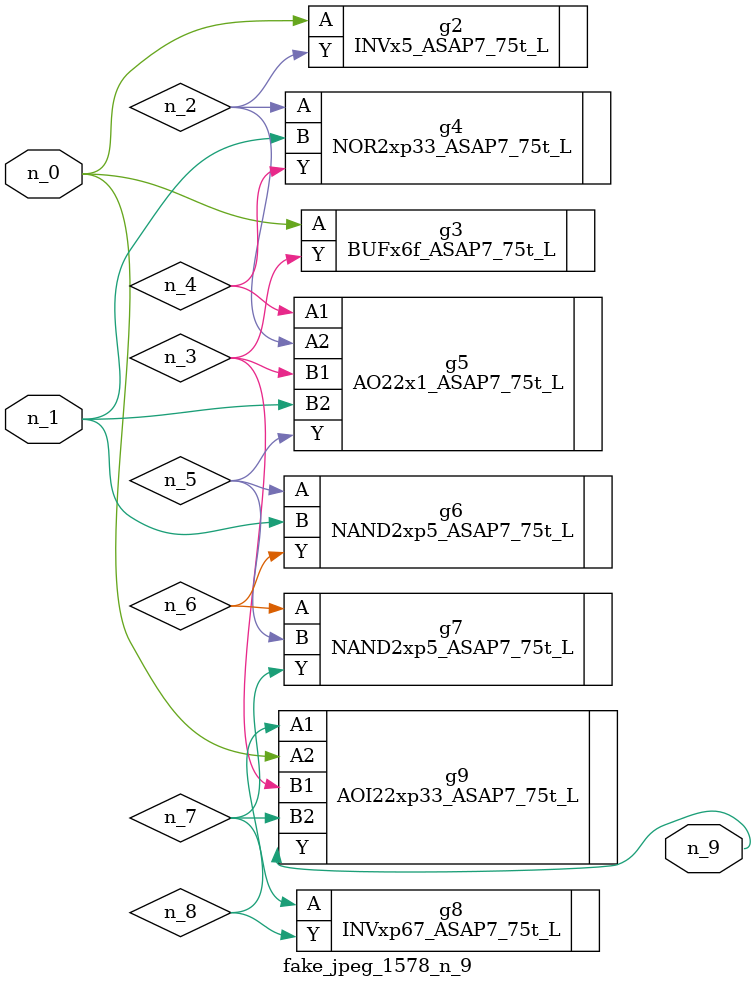
<source format=v>
module fake_jpeg_1578_n_9 (n_0, n_1, n_9);

input n_0;
input n_1;

output n_9;

wire n_3;
wire n_2;
wire n_4;
wire n_8;
wire n_6;
wire n_5;
wire n_7;

INVx5_ASAP7_75t_L g2 ( 
.A(n_0),
.Y(n_2)
);

BUFx6f_ASAP7_75t_L g3 ( 
.A(n_0),
.Y(n_3)
);

NOR2xp33_ASAP7_75t_L g4 ( 
.A(n_2),
.B(n_1),
.Y(n_4)
);

AO22x1_ASAP7_75t_L g5 ( 
.A1(n_4),
.A2(n_2),
.B1(n_3),
.B2(n_1),
.Y(n_5)
);

NAND2xp5_ASAP7_75t_L g6 ( 
.A(n_5),
.B(n_1),
.Y(n_6)
);

NAND2xp5_ASAP7_75t_L g7 ( 
.A(n_6),
.B(n_5),
.Y(n_7)
);

INVxp67_ASAP7_75t_L g8 ( 
.A(n_7),
.Y(n_8)
);

AOI22xp33_ASAP7_75t_L g9 ( 
.A1(n_8),
.A2(n_0),
.B1(n_3),
.B2(n_7),
.Y(n_9)
);


endmodule
</source>
